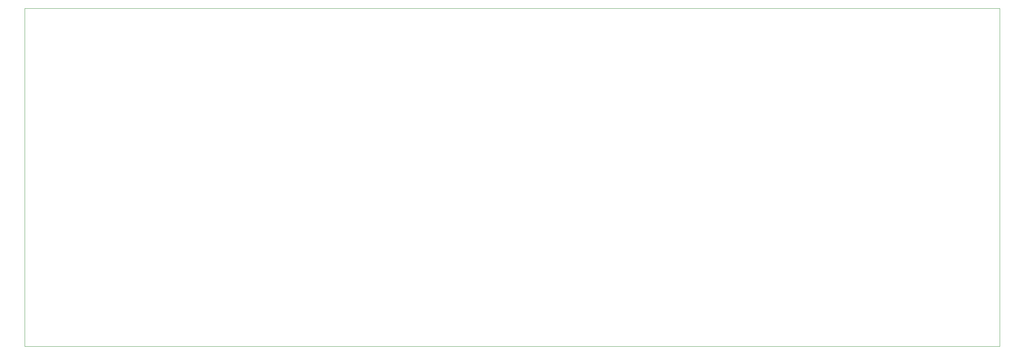
<source format=gbr>
%TF.GenerationSoftware,KiCad,Pcbnew,(5.1.10-1-10_14)*%
%TF.CreationDate,2021-09-26T00:15:31-04:00*%
%TF.ProjectId,prototype-board,70726f74-6f74-4797-9065-2d626f617264,rev?*%
%TF.SameCoordinates,Original*%
%TF.FileFunction,Profile,NP*%
%FSLAX46Y46*%
G04 Gerber Fmt 4.6, Leading zero omitted, Abs format (unit mm)*
G04 Created by KiCad (PCBNEW (5.1.10-1-10_14)) date 2021-09-26 00:15:31*
%MOMM*%
%LPD*%
G01*
G04 APERTURE LIST*
%TA.AperFunction,Profile*%
%ADD10C,0.050000*%
%TD*%
G04 APERTURE END LIST*
D10*
X285496000Y-131318000D02*
X285496000Y-133858000D01*
X57912000Y-133858000D02*
X57912000Y-131318000D01*
X285496000Y-54864000D02*
X285496000Y-55118000D01*
X57912000Y-54864000D02*
X285496000Y-54864000D01*
X57912000Y-131318000D02*
X57912000Y-54864000D01*
X285496000Y-133858000D02*
X57912000Y-133858000D01*
X285496000Y-55118000D02*
X285496000Y-131318000D01*
M02*

</source>
